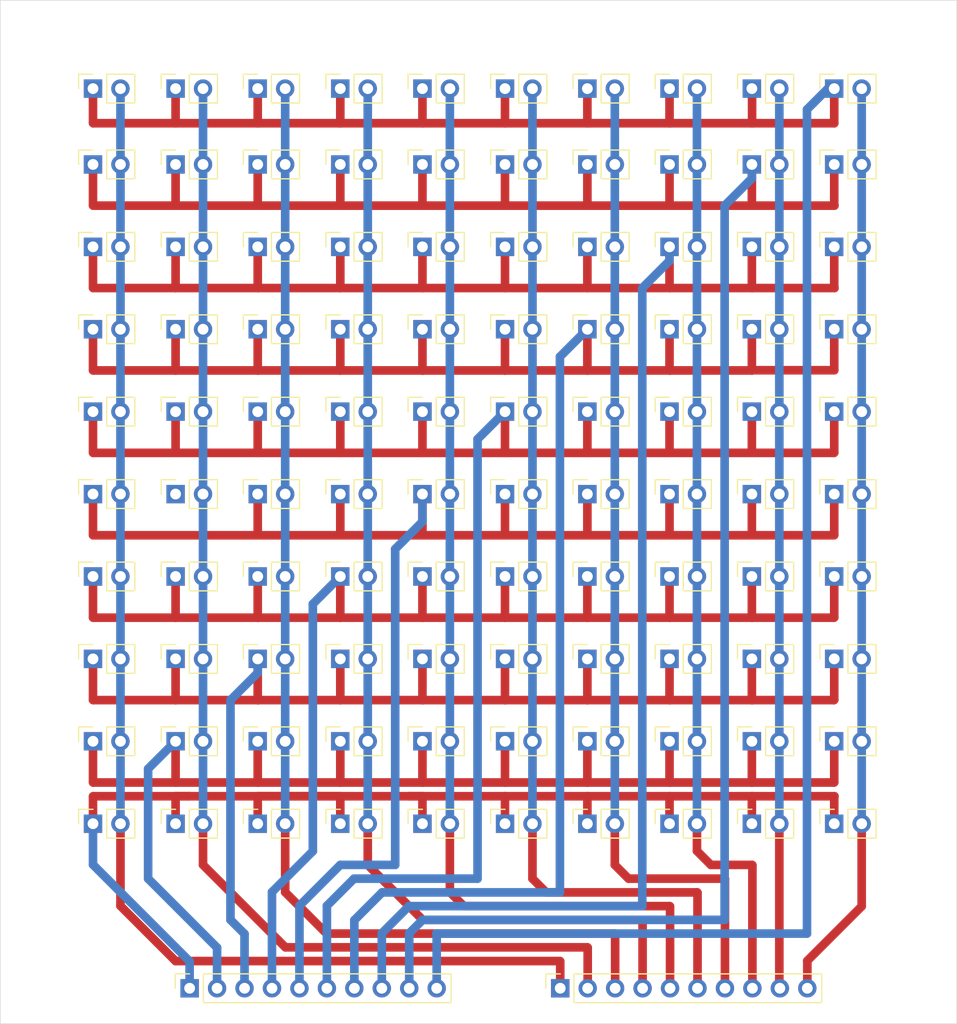
<source format=kicad_pcb>
(kicad_pcb (version 20211014) (generator pcbnew)
  (layers (0 "F.Cu" signal) (31 "B.Cu" signal) (34 "B.Paste" user) (35 "F.Paste" user) (36 "B.SilkS" user "B.Silkscreen") (37 "F.SilkS" user "F.Silkscreen") (38 "B.Mask" user) (39 "F.Mask" user) (44 "Edge.Cuts" user))
  (net 0 "")
  (footprint "Connector_PinSocket_2.54mm:PinSocket_1x02_P2.54mm_Vertical" (layer "F.Cu") (at 139.7 60.96 90)
    (fp_text reference "REF**" hide)
    (fp_text value "PinSocket_1x02_P2.54mm_Vertical" hide)
  )
  (footprint "Connector_PinSocket_2.54mm:PinSocket_1x02_P2.54mm_Vertical" (layer "F.Cu") (at 162.54 53.95 90)
    (fp_text reference "REF**" hide)
    (fp_text value "PinSocket_1x02_P2.54mm_Vertical" hide)
  )
  (footprint "Connector_PinSocket_2.54mm:PinSocket_1x02_P2.54mm_Vertical" (layer "F.Cu") (at 109.22 68.58 90)
    (fp_text reference "REF**" hide)
    (fp_text value "PinSocket_1x02_P2.54mm_Vertical" hide)
  )
  (footprint "Connector_PinSocket_2.54mm:PinSocket_1x02_P2.54mm_Vertical" (layer "F.Cu") (at 147.32 60.96 90)
    (fp_text reference "REF**" hide)
    (fp_text value "PinSocket_1x02_P2.54mm_Vertical" hide)
  )
  (footprint "Connector_PinSocket_2.54mm:PinSocket_1x02_P2.54mm_Vertical" (layer "F.Cu") (at 101.58 99.06 90)
    (fp_text reference "REF**" hide)
    (fp_text value "PinSocket_1x02_P2.54mm_Vertical" hide)
  )
  (footprint "Connector_PinSocket_2.54mm:PinSocket_1x02_P2.54mm_Vertical" (layer "F.Cu") (at 139.7 53.95 90)
    (fp_text reference "REF**" hide)
    (fp_text value "PinSocket_1x02_P2.54mm_Vertical" hide)
  )
  (footprint "Connector_PinSocket_2.54mm:PinSocket_1x02_P2.54mm_Vertical" (layer "F.Cu") (at 170.16 99.06 90)
    (fp_text reference "REF**" hide)
    (fp_text value "PinSocket_1x02_P2.54mm_Vertical" hide)
  )
  (footprint "Connector_PinSocket_2.54mm:PinSocket_1x02_P2.54mm_Vertical" (layer "F.Cu") (at 170.16 60.96 90)
    (fp_text reference "REF**" hide)
    (fp_text value "PinSocket_1x02_P2.54mm_Vertical" hide)
  )
  (footprint "Connector_PinSocket_2.54mm:PinSocket_1x02_P2.54mm_Vertical" (layer "F.Cu") (at 124.46 68.58 90)
    (fp_text reference "REF**" hide)
    (fp_text value "PinSocket_1x02_P2.54mm_Vertical" hide)
  )
  (footprint "Connector_PinSocket_2.54mm:PinSocket_1x02_P2.54mm_Vertical" (layer "F.Cu") (at 139.7 68.58 90)
    (fp_text reference "REF**" hide)
    (fp_text value "PinSocket_1x02_P2.54mm_Vertical" hide)
  )
  (footprint "Connector_PinSocket_2.54mm:PinSocket_1x02_P2.54mm_Vertical" (layer "F.Cu") (at 109.22 83.82 90)
    (fp_text reference "REF**" hide)
    (fp_text value "PinSocket_1x02_P2.54mm_Vertical" hide)
  )
  (footprint "Connector_PinSocket_2.54mm:PinSocket_1x02_P2.54mm_Vertical" (layer "F.Cu") (at 154.92 60.96 90)
    (fp_text reference "REF**" hide)
    (fp_text value "PinSocket_1x02_P2.54mm_Vertical" hide)
  )
  (footprint "Connector_PinSocket_2.54mm:PinSocket_1x02_P2.54mm_Vertical" (layer "F.Cu") (at 109.22 99.06 90)
    (fp_text reference "REF**" hide)
    (fp_text value "PinSocket_1x02_P2.54mm_Vertical" hide)
  )
  (footprint "Connector_PinSocket_2.54mm:PinSocket_1x02_P2.54mm_Vertical" (layer "F.Cu") (at 147.32 76.2 90)
    (fp_text reference "REF**" hide)
    (fp_text value "PinSocket_1x02_P2.54mm_Vertical" hide)
  )
  (footprint "Connector_PinSocket_2.54mm:PinSocket_1x02_P2.54mm_Vertical" (layer "F.Cu") (at 109.22 91.44 90)
    (fp_text reference "REF**" hide)
    (fp_text value "PinSocket_1x02_P2.54mm_Vertical" hide)
  )
  (footprint "Connector_PinSocket_2.54mm:PinSocket_1x02_P2.54mm_Vertical" (layer "F.Cu") (at 139.7 91.44 90)
    (fp_text reference "REF**" hide)
    (fp_text value "PinSocket_1x02_P2.54mm_Vertical" hide)
  )
  (footprint "Connector_PinSocket_2.54mm:PinSocket_1x02_P2.54mm_Vertical" (layer "F.Cu") (at 109.22 114.3 90)
    (fp_text reference "REF**" hide)
    (fp_text value "PinSocket_1x02_P2.54mm_Vertical" hide)
  )
  (footprint "Connector_PinSocket_2.54mm:PinSocket_1x02_P2.54mm_Vertical" (layer "F.Cu") (at 154.92 114.3 90)
    (fp_text reference "REF**" hide)
    (fp_text value "PinSocket_1x02_P2.54mm_Vertical" hide)
  )
  (footprint "Connector_PinSocket_2.54mm:PinSocket_1x02_P2.54mm_Vertical" (layer "F.Cu") (at 101.58 53.95 90)
    (fp_text reference "REF**" hide)
    (fp_text value "PinSocket_1x02_P2.54mm_Vertical" hide)
  )
  (footprint "Connector_PinSocket_2.54mm:PinSocket_1x02_P2.54mm_Vertical" (layer "F.Cu") (at 116.82 68.58 90)
    (fp_text reference "REF**" hide)
    (fp_text value "PinSocket_1x02_P2.54mm_Vertical" hide)
  )
  (footprint "Connector_PinSocket_2.54mm:PinSocket_1x02_P2.54mm_Vertical" (layer "F.Cu") (at 170.16 76.2 90)
    (fp_text reference "REF**" hide)
    (fp_text value "PinSocket_1x02_P2.54mm_Vertical" hide)
  )
  (footprint "Connector_PinSocket_2.54mm:PinSocket_1x02_P2.54mm_Vertical" (layer "F.Cu") (at 116.82 76.2 90)
    (fp_text reference "REF**" hide)
    (fp_text value "PinSocket_1x02_P2.54mm_Vertical" hide)
  )
  (footprint "Connector_PinSocket_2.54mm:PinSocket_1x02_P2.54mm_Vertical" (layer "F.Cu") (at 116.82 121.92 90)
    (fp_text reference "REF**" hide)
    (fp_text value "PinSocket_1x02_P2.54mm_Vertical" hide)
  )
  (footprint "Connector_PinSocket_2.54mm:PinSocket_1x02_P2.54mm_Vertical" (layer "F.Cu") (at 109.22 106.68 90)
    (fp_text reference "REF**" hide)
    (fp_text value "PinSocket_1x02_P2.54mm_Vertical" hide)
  )
  (footprint "Connector_PinSocket_2.54mm:PinSocket_1x02_P2.54mm_Vertical" (layer "F.Cu") (at 132.06 121.92 90)
    (fp_text reference "REF**" hide)
    (fp_text value "PinSocket_1x02_P2.54mm_Vertical" hide)
  )
  (footprint "MountingHole:MountingHole_3.2mm_M3" (layer "F.Cu") (at 96.52 49.53)
    (fp_text reference "REF**" hide)
    (fp_text value "MountingHole_3.2mm_M3" hide)
  )
  (footprint "Connector_PinSocket_2.54mm:PinSocket_1x02_P2.54mm_Vertical" (layer "F.Cu") (at 147.32 114.3 90)
    (fp_text reference "REF**" hide)
    (fp_text value "PinSocket_1x02_P2.54mm_Vertical" hide)
  )
  (footprint "Connector_PinSocket_2.54mm:PinSocket_1x02_P2.54mm_Vertical" (layer "F.Cu") (at 154.92 121.92 90)
    (fp_text reference "REF**" hide)
    (fp_text value "PinSocket_1x02_P2.54mm_Vertical" hide)
  )
  (footprint "Connector_PinSocket_2.54mm:PinSocket_1x02_P2.54mm_Vertical" (layer "F.Cu") (at 139.7 99.06 90)
    (fp_text reference "REF**" hide)
    (fp_text value "PinSocket_1x02_P2.54mm_Vertical" hide)
  )
  (footprint "Connector_PinSocket_2.54mm:PinSocket_1x02_P2.54mm_Vertical" (layer "F.Cu") (at 154.92 53.95 90)
    (fp_text reference "REF**" hide)
    (fp_text value "PinSocket_1x02_P2.54mm_Vertical" hide)
  )
  (footprint "Connector_PinSocket_2.54mm:PinSocket_1x02_P2.54mm_Vertical" (layer "F.Cu") (at 147.32 83.82 90)
    (fp_text reference "REF**" hide)
    (fp_text value "PinSocket_1x02_P2.54mm_Vertical" hide)
  )
  (footprint "Connector_PinSocket_2.54mm:PinSocket_1x02_P2.54mm_Vertical" (layer "F.Cu") (at 170.16 114.3 90)
    (fp_text reference "REF**" hide)
    (fp_text value "PinSocket_1x02_P2.54mm_Vertical" hide)
  )
  (footprint "Connector_PinSocket_2.54mm:PinSocket_1x02_P2.54mm_Vertical" (layer "F.Cu") (at 139.7 83.82 90)
    (fp_text reference "REF**" hide)
    (fp_text value "PinSocket_1x02_P2.54mm_Vertical" hide)
  )
  (footprint "Connector_PinSocket_2.54mm:PinSocket_1x02_P2.54mm_Vertical" (layer "F.Cu") (at 132.06 68.58 90)
    (fp_text reference "REF**" hide)
    (fp_text value "PinSocket_1x02_P2.54mm_Vertical" hide)
  )
  (footprint "Connector_PinSocket_2.54mm:PinSocket_1x02_P2.54mm_Vertical" (layer "F.Cu") (at 147.32 121.92 90)
    (fp_text reference "REF**" hide)
    (fp_text value "PinSocket_1x02_P2.54mm_Vertical" hide)
  )
  (footprint "Connector_PinSocket_2.54mm:PinSocket_1x02_P2.54mm_Vertical" (layer "F.Cu") (at 101.58 83.82 90)
    (fp_text reference "REF**" hide)
    (fp_text value "PinSocket_1x02_P2.54mm_Vertical" hide)
  )
  (footprint "Connector_PinSocket_2.54mm:PinSocket_1x02_P2.54mm_Vertical" (layer "F.Cu") (at 147.32 53.95 90)
    (fp_text reference "REF**" hide)
    (fp_text value "PinSocket_1x02_P2.54mm_Vertical" hide)
  )
  (footprint "MountingHole:MountingHole_3.2mm_M3" (layer "F.Cu") (at 96.52 136.525)
    (fp_text reference "REF**" hide)
    (fp_text value "MountingHole_3.2mm_M3" hide)
  )
  (footprint "Connector_PinSocket_2.54mm:PinSocket_1x02_P2.54mm_Vertical" (layer "F.Cu") (at 170.16 106.68 90)
    (fp_text reference "REF**" hide)
    (fp_text value "PinSocket_1x02_P2.54mm_Vertical" hide)
  )
  (footprint "Connector_PinSocket_2.54mm:PinSocket_1x02_P2.54mm_Vertical" (layer "F.Cu") (at 170.16 68.58 90)
    (fp_text reference "REF**" hide)
    (fp_text value "PinSocket_1x02_P2.54mm_Vertical" hide)
  )
  (footprint "Connector_PinSocket_2.54mm:PinSocket_1x02_P2.54mm_Vertical" (layer "F.Cu") (at 132.06 91.44 90)
    (fp_text reference "REF**" hide)
    (fp_text value "PinSocket_1x02_P2.54mm_Vertical" hide)
  )
  (footprint "Connector_PinSocket_2.54mm:PinSocket_1x02_P2.54mm_Vertical" (layer "F.Cu") (at 139.7 106.68 90)
    (fp_text reference "REF**" hide)
    (fp_text value "PinSocket_1x02_P2.54mm_Vertical" hide)
  )
  (footprint "Connector_PinSocket_2.54mm:PinSocket_1x02_P2.54mm_Vertical" (layer "F.Cu") (at 124.46 121.92 90)
    (fp_text reference "REF**" hide)
    (fp_text value "PinSocket_1x02_P2.54mm_Vertical" hide)
  )
  (footprint "Connector_PinSocket_2.54mm:PinSocket_1x02_P2.54mm_Vertical" (layer "F.Cu") (at 162.54 60.96 90)
    (fp_text reference "REF**" hide)
    (fp_text value "PinSocket_1x02_P2.54mm_Vertical" hide)
  )
  (footprint "Connector_PinSocket_2.54mm:PinSocket_1x02_P2.54mm_Vertical" (layer "F.Cu") (at 162.54 76.2 90)
    (fp_text reference "REF**" hide)
    (fp_text value "PinSocket_1x02_P2.54mm_Vertical" hide)
  )
  (footprint "Connector_PinSocket_2.54mm:PinSocket_1x02_P2.54mm_Vertical" (layer "F.Cu") (at 170.16 91.44 90)
    (fp_text reference "REF**" hide)
    (fp_text value "PinSocket_1x02_P2.54mm_Vertical" hide)
  )
  (footprint "Connector_PinSocket_2.54mm:PinSocket_1x02_P2.54mm_Vertical" (layer "F.Cu") (at 109.22 121.92 90)
    (fp_text reference "REF**" hide)
    (fp_text value "PinSocket_1x02_P2.54mm_Vertical" hide)
  )
  (footprint "Connector_PinSocket_2.54mm:PinSocket_1x02_P2.54mm_Vertical" (layer "F.Cu") (at 154.92 83.82 90)
    (fp_text reference "REF**" hide)
    (fp_text value "PinSocket_1x02_P2.54mm_Vertical" hide)
  )
  (footprint "Connector_PinSocket_2.54mm:PinSocket_1x02_P2.54mm_Vertical" (layer "F.Cu") (at 170.16 83.82 90)
    (fp_text reference "REF**" hide)
    (fp_text value "PinSocket_1x02_P2.54mm_Vertical" hide)
  )
  (footprint "Connector_PinSocket_2.54mm:PinSocket_1x02_P2.54mm_Vertical" (layer "F.Cu") (at 162.54 91.44 90)
    (fp_text reference "REF**" hide)
    (fp_text value "PinSocket_1x02_P2.54mm_Vertical" hide)
  )
  (footprint "Connector_PinSocket_2.54mm:PinSocket_1x02_P2.54mm_Vertical" (layer "F.Cu") (at 132.06 53.95 90)
    (fp_text reference "REF**" hide)
    (fp_text value "PinSocket_1x02_P2.54mm_Vertical" hide)
  )
  (footprint "Connector_PinSocket_2.54mm:PinSocket_1x02_P2.54mm_Vertical" (layer "F.Cu") (at 116.82 91.44 90)
    (fp_text reference "REF**" hide)
    (fp_text value "PinSocket_1x02_P2.54mm_Vertical" hide)
  )
  (footprint "Connector_PinSocket_2.54mm:PinSocket_1x02_P2.54mm_Vertical" (layer "F.Cu") (at 124.46 83.82 90)
    (fp_text reference "REF**" hide)
    (fp_text value "PinSocket_1x02_P2.54mm_Vertical" hide)
  )
  (footprint "Connector_PinSocket_2.54mm:PinSocket_1x02_P2.54mm_Vertical" (layer "F.Cu") (at 101.58 114.3 90)
    (fp_text reference "REF**" hide)
    (fp_text value "PinSocket_1x02_P2.54mm_Vertical" hide)
  )
  (footprint "Connector_PinSocket_2.54mm:PinSocket_1x02_P2.54mm_Vertical" (layer "F.Cu") (at 109.22 60.96 90)
    (fp_text reference "REF**" hide)
    (fp_text value "PinSocket_1x02_P2.54mm_Vertical" hide)
  )
  (footprint "Connector_PinSocket_2.54mm:PinSocket_1x02_P2.54mm_Vertical" (layer "F.Cu") (at 154.92 106.68 90)
    (fp_text reference "REF**" hide)
    (fp_text value "PinSocket_1x02_P2.54mm_Vertical" hide)
  )
  (footprint "Connector_PinSocket_2.54mm:PinSocket_1x02_P2.54mm_Vertical" (layer "F.Cu") (at 147.32 91.44 90)
    (fp_text reference "REF**" hide)
    (fp_text value "PinSocket_1x02_P2.54mm_Vertical" hide)
  )
  (footprint "Connector_PinSocket_2.54mm:PinSocket_1x10_P2.54mm_Vertical" (layer "F.Cu") (at 144.81 137.135 90)
    (fp_text reference "REF**" hide)
    (fp_text value "PinSocket_1x10_P2.54mm_Vertical" hide)
  )
  (footprint "Connector_PinSocket_2.54mm:PinSocket_1x02_P2.54mm_Vertical" (layer "F.Cu") (at 147.32 68.58 90)
    (fp_text reference "REF**" hide)
    (fp_text value "PinSocket_1x02_P2.54mm_Vertical" hide)
  )
  (footprint "Connector_PinSocket_2.54mm:PinSocket_1x02_P2.54mm_Vertical" (layer "F.Cu") (at 101.58 68.58 90)
    (fp_text reference "REF**" hide)
    (fp_text value "PinSocket_1x02_P2.54mm_Vertical" hide)
  )
  (footprint "Connector_PinSocket_2.54mm:PinSocket_1x02_P2.54mm_Vertical" (layer "F.Cu") (at 147.32 99.06 90)
    (fp_text reference "REF**" hide)
    (fp_text value "PinSocket_1x02_P2.54mm_Vertical" hide)
  )
  (footprint "Connector_PinSocket_2.54mm:PinSocket_1x02_P2.54mm_Vertical" (layer "F.Cu") (at 124.46 53.95 90)
    (fp_text reference "REF**" hide)
    (fp_text value "PinSocket_1x02_P2.54mm_Vertical" hide)
  )
  (footprint "Connector_PinSocket_2.54mm:PinSocket_1x02_P2.54mm_Vertical" (layer "F.Cu") (at 154.92 76.2 90)
    (fp_text reference "REF**" hide)
    (fp_text value "PinSocket_1x02_P2.54mm_Vertical" hide)
  )
  (footprint "Connector_PinSocket_2.54mm:PinSocket_1x02_P2.54mm_Vertical" (layer "F.Cu") (at 124.46 106.68 90)
    (fp_text reference "REF**" hide)
    (fp_text value "PinSocket_1x02_P2.54mm_Vertical" hide)
  )
  (footprint "Connector_PinSocket_2.54mm:PinSocket_1x02_P2.54mm_Vertical" (layer "F.Cu") (at 154.92 91.44 90)
    (fp_text reference "REF**" hide)
    (fp_text value "PinSocket_1x02_P2.54mm_Vertical" hide)
  )
  (footprint "Connector_PinSocket_2.54mm:PinSocket_1x02_P2.54mm_Vertical" (layer "F.Cu") (at 162.54 121.92 90)
    (fp_text reference "REF**" hide)
    (fp_text value "PinSocket_1x02_P2.54mm_Vertical" hide)
  )
  (footprint "Connector_PinSocket_2.54mm:PinSocket_1x02_P2.54mm_Vertical" (layer "F.Cu") (at 116.82 60.96 90)
    (fp_text reference "REF**" hide)
    (fp_text value "PinSocket_1x02_P2.54mm_Vertical" hide)
  )
  (footprint "Connector_PinSocket_2.54mm:PinSocket_1x02_P2.54mm_Vertical" (layer "F.Cu") (at 124.46 91.44 90)
    (fp_text reference "REF**" hide)
    (fp_text value "PinSocket_1x02_P2.54mm_Vertical" hide)
  )
  (footprint "Connector_PinSocket_2.54mm:PinSocket_1x02_P2.54mm_Vertical" (layer "F.Cu") (at 162.54 99.06 90)
    (fp_text reference "REF**" hide)
    (fp_text value "PinSocket_1x02_P2.54mm_Vertical" hide)
  )
  (footprint "Connector_PinSocket_2.54mm:PinSocket_1x02_P2.54mm_Vertical" (layer "F.Cu") (at 124.46 60.96 90)
    (fp_text reference "REF**" hide)
    (fp_text value "PinSocket_1x02_P2.54mm_Vertical" hide)
  )
  (footprint "Connector_PinSocket_2.54mm:PinSocket_1x02_P2.54mm_Vertical" (layer "F.Cu") (at 162.54 114.3 90)
    (fp_text reference "REF**" hide)
    (fp_text value "PinSocket_1x02_P2.54mm_Vertical" hide)
  )
  (footprint "Connector_PinSocket_2.54mm:PinSocket_1x02_P2.54mm_Vertical" (layer "F.Cu") (at 132.06 106.68 90)
    (fp_text reference "REF**" hide)
    (fp_text value "PinSocket_1x02_P2.54mm_Vertical" hide)
  )
  (footprint "Connector_PinSocket_2.54mm:PinSocket_1x02_P2.54mm_Vertical" (layer "F.Cu") (at 170.16 53.95 90)
    (fp_text reference "REF**" hide)
    (fp_text value "PinSocket_1x02_P2.54mm_Vertical" hide)
  )
  (footprint "Connector_PinSocket_2.54mm:PinSocket_1x02_P2.54mm_Vertical" (layer "F.Cu") (at 101.58 106.68 90)
    (fp_text reference "REF**" hide)
    (fp_text value "PinSocket_1x02_P2.54mm_Vertical" hide)
  )
  (footprint "Connector_PinSocket_2.54mm:PinSocket_1x02_P2.54mm_Vertical" (layer "F.Cu") (at 132.06 83.82 90)
    (fp_text reference "REF**" hide)
    (fp_text value "PinSocket_1x02_P2.54mm_Vertical" hide)
  )
  (footprint "Connector_PinSocket_2.54mm:PinSocket_1x02_P2.54mm_Vertical" (layer "F.Cu") (at 132.06 60.96 90)
    (fp_text reference "REF**" hide)
    (fp_text value "PinSocket_1x02_P2.54mm_Vertical" hide)
  )
  (footprint "Connector_PinSocket_2.54mm:PinSocket_1x02_P2.54mm_Vertical" (layer "F.Cu") (at 116.82 106.68 90)
    (fp_text reference "REF**" hide)
    (fp_text value "PinSocket_1x02_P2.54mm_Vertical" hide)
  )
  (footprint "Connector_PinSocket_2.54mm:PinSocket_1x02_P2.54mm_Vertical" (layer "F.Cu") (at 170.16 121.92 90)
    (fp_text reference "REF**" hide)
    (fp_text value "PinSocket_1x02_P2.54mm_Vertical" hide)
  )
  (footprint "Connector_PinSocket_2.54mm:PinSocket_1x02_P2.54mm_Vertical" (layer "F.Cu") (at 101.58 91.44 90)
    (fp_text reference "REF**" hide)
    (fp_text value "PinSocket_1x02_P2.54mm_Vertical" hide)
  )
  (footprint "Connector_PinSocket_2.54mm:PinSocket_1x02_P2.54mm_Vertical" (layer "F.Cu") (at 116.82 114.3 90)
    (fp_text reference "REF**" hide)
    (fp_text value "PinSocket_1x02_P2.54mm_Vertical" hide)
  )
  (footprint "Connector_PinSocket_2.54mm:PinSocket_1x02_P2.54mm_Vertical" (layer "F.Cu") (at 139.7 114.3 90)
    (fp_text reference "REF**" hide)
    (fp_text value "PinSocket_1x02_P2.54mm_Vertical" hide)
  )
  (footprint "Connector_PinSocket_2.54mm:PinSocket_1x02_P2.54mm_Vertical" (layer "F.Cu") (at 162.54 106.68 90)
    (fp_text reference "REF**" hide)
    (fp_text value "PinSocket_1x02_P2.54mm_Vertical" hide)
  )
  (footprint "Connector_PinSocket_2.54mm:PinSocket_1x02_P2.54mm_Vertical" (layer "F.Cu") (at 124.46 99.06 90)
    (fp_text reference "REF**" hide)
    (fp_text value "PinSocket_1x02_P2.54mm_Vertical" hide)
  )
  (footprint "Connector_PinSocket_2.54mm:PinSocket_1x02_P2.54mm_Vertical" (layer "F.Cu") (at 101.58 121.92 90)
    (fp_text reference "REF**" hide)
    (fp_text value "PinSocket_1x02_P2.54mm_Vertical" hide)
  )
  (footprint "Connector_PinSocket_2.54mm:PinSocket_1x02_P2.54mm_Vertical" (layer "F.Cu") (at 132.06 99.06 90)
    (fp_text reference "REF**" hide)
    (fp_text value "PinSocket_1x02_P2.54mm_Vertical" hide)
  )
  (footprint "Connector_PinSocket_2.54mm:PinSocket_1x02_P2.54mm_Vertical" (layer "F.Cu") (at 132.06 114.3 90)
    (fp_text reference "REF**" hide)
    (fp_text value "PinSocket_1x02_P2.54mm_Vertical" hide)
  )
  (footprint "Connector_PinSocket_2.54mm:PinSocket_1x02_P2.54mm_Vertical" (layer "F.Cu") (at 109.22 76.2 90)
    (fp_text reference "REF**" hide)
    (fp_text value "PinSocket_1x02_P2.54mm_Vertical" hide)
  )
  (footprint "Connector_PinSocket_2.54mm:PinSocket_1x02_P2.54mm_Vertical" (layer "F.Cu") (at 139.7 121.92 90)
    (fp_text reference "REF**" hide)
    (fp_text value "PinSocket_1x02_P2.54mm_Vertical" hide)
  )
  (footprint "Connector_PinSocket_2.54mm:PinSocket_1x02_P2.54mm_Vertical" (layer "F.Cu") (at 162.54 68.58 90)
    (fp_text reference "REF**" hide)
    (fp_text value "PinSocket_1x02_P2.54mm_Vertical" hide)
  )
  (footprint "Connector_PinSocket_2.54mm:PinSocket_1x02_P2.54mm_Vertical" (layer "F.Cu") (at 101.58 60.96 90)
    (fp_text reference "REF**" hide)
    (fp_text value "PinSocket_1x02_P2.54mm_Vertical" hide)
  )
  (footprint "Connector_PinSocket_2.54mm:PinSocket_1x02_P2.54mm_Vertical" (layer "F.Cu") (at 162.54 83.82 90)
    (fp_text reference "REF**" hide)
    (fp_text value "PinSocket_1x02_P2.54mm_Vertical" hide)
  )
  (footprint "MountingHole:MountingHole_3.2mm_M3" (layer "F.Cu") (at 177.8 49.53)
    (fp_text reference "REF**" hide)
    (fp_text value "MountingHole_3.2mm_M3" hide)
  )
  (footprint "Connector_PinSocket_2.54mm:PinSocket_1x02_P2.54mm_Vertical" (layer "F.Cu") (at 147.32 106.68 90)
    (fp_text reference "REF**" hide)
    (fp_text value "PinSocket_1x02_P2.54mm_Vertical" hide)
  )
  (footprint "Connector_PinSocket_2.54mm:PinSocket_1x10_P2.54mm_Vertical" (layer "F.Cu") (at 110.52 137.135 90)
    (fp_text reference "REF**" hide)
    (fp_text value "PinSocket_1x10_P2.54mm_Vertical" hide)
  )
  (footprint "Connector_PinSocket_2.54mm:PinSocket_1x02_P2.54mm_Vertical" (layer "F.Cu") (at 116.82 99.06 90)
    (fp_text reference "REF**" hide)
    (fp_text value "PinSocket_1x02_P2.54mm_Vertical" hide)
  )
  (footprint "Connector_PinSocket_2.54mm:PinSocket_1x02_P2.54mm_Vertical" (layer "F.Cu") (at 101.58 76.2 90)
    (fp_text reference "REF**" hide)
    (fp_text value "PinSocket_1x02_P2.54mm_Vertical" hide)
  )
  (footprint "Connector_PinSocket_2.54mm:PinSocket_1x02_P2.54mm_Vertical" (layer "F.Cu") (at 109.22 53.95 90)
    (fp_text reference "REF**" hide)
    (fp_text value "PinSocket_1x02_P2.54mm_Vertical" hide)
  )
  (footprint "Connector_PinSocket_2.54mm:PinSocket_1x02_P2.54mm_Vertical" (layer "F.Cu") (at 154.92 68.58 90)
    (fp_text reference "REF**" hide)
    (fp_text value "PinSocket_1x02_P2.54mm_Vertical" hide)
  )
  (footprint "Connector_PinSocket_2.54mm:PinSocket_1x02_P2.54mm_Vertical" (layer "F.Cu") (at 116.82 53.95 90)
    (fp_text reference "REF**" hide)
    (fp_text value "PinSocket_1x02_P2.54mm_Vertical" hide)
  )
  (footprint "Connector_PinSocket_2.54mm:PinSocket_1x02_P2.54mm_Vertical" (layer "F.Cu") (at 139.7 76.2 90)
    (fp_text reference "REF**" hide)
    (fp_text value "PinSocket_1x02_P2.54mm_Vertical" hide)
  )
  (footprint "Connector_PinSocket_2.54mm:PinSocket_1x02_P2.54mm_Vertical" (layer "F.Cu") (at 124.46 76.2 90)
    (fp_text reference "REF**" hide)
    (fp_text value "PinSocket_1x02_P2.54mm_Vertical" hide)
  )
  (footprint "MountingHole:MountingHole_3.2mm_M3" (layer "F.Cu") (at 177.8 136.525)
    (fp_text reference "REF**" hide)
    (fp_text value "MountingHole_3.2mm_M3" hide)
  )
  (footprint "Connector_PinSocket_2.54mm:PinSocket_1x02_P2.54mm_Vertical" (layer "F.Cu") (at 116.82 83.82 90)
    (fp_text reference "REF**" hide)
    (fp_text value "PinSocket_1x02_P2.54mm_Vertical" hide)
  )
  (footprint "Connector_PinSocket_2.54mm:PinSocket_1x02_P2.54mm_Vertical" (layer "F.Cu") (at 124.46 114.3 90)
    (fp_text reference "REF**" hide)
    (fp_text value "PinSocket_1x02_P2.54mm_Vertical" hide)
  )
  (footprint "Connector_PinSocket_2.54mm:PinSocket_1x02_P2.54mm_Vertical" (layer "F.Cu") (at 132.06 76.2 90)
    (fp_text reference "REF**" hide)
    (fp_text value "PinSocket_1x02_P2.54mm_Vertical" hide)
  )
  (footprint "Connector_PinSocket_2.54mm:PinSocket_1x02_P2.54mm_Vertical" (layer "F.Cu") (at 154.92 99.06 90)
    (fp_text reference "REF**" hide)
    (fp_text value "PinSocket_1x02_P2.54mm_Vertical" hide)
  )
  (gr_rect (start 93 45.781) (end 181.5 140.401) (layer "Edge.Cuts") (width 0.05) (fill none))
  (segment (start 162.56 95.25) (end 170.14 95.25) (width 0.8) (layer "F.Cu") (net 0))
  (segment (start 170.16 87.61) (end 170.16 83.82) (width 0.8) (layer "F.Cu") (net 0))
  (segment (start 101.58 102.85) (end 101.6 102.87) (width 0.8) (layer "F.Cu") (net 0))
  (segment (start 147.32 80.01) (end 154.94 80.01) (width 0.8) (layer "F.Cu") (net 0))
  (segment (start 109.22 121.92) (end 109.22 119.38) (width 0.8) (layer "F.Cu") (net 0))
  (segment (start 160.05 127.03) (end 160.05 137.135) (width 0.8) (layer "F.Cu") (net 0))
  (segment (start 132.08 87.63) (end 139.7 87.63) (width 0.8) (layer "F.Cu") (net 0))
  (segment (start 132.06 114.3) (end 132.06 118.09) (width 0.8) (layer "F.Cu") (net 0))
  (segment (start 132.06 106.68) (end 132.06 110.47) (width 0.8) (layer "F.Cu") (net 0))
  (segment (start 152.43 130.84) (end 152.4 130.81) (width 0.8) (layer "F.Cu") (net 0))
  (segment (start 124.46 60.96) (end 124.46 64.77) (width 0.8) (layer "F.Cu") (net 0))
  (segment (start 147.32 57.15) (end 154.94 57.15) (width 0.8) (layer "F.Cu") (net 0))
  (segment (start 124.226 53.95) (end 124.46 54.184) (width 0.8) (layer "F.Cu") (net 0))
  (segment (start 170.16 57.15) (end 170.16 53.95) (width 0.8) (layer "F.Cu") (net 0))
  (segment (start 143.51 128.27) (end 142.24 127) (width 0.8) (layer "F.Cu") (net 0))
  (segment (start 154.94 80.01) (end 162.56 80.01) (width 0.8) (layer "F.Cu") (net 0))
  (segment (start 162.56 87.63) (end 170.14 87.63) (width 0.8) (layer "F.Cu") (net 0))
  (segment (start 154.92 60.96) (end 154.92 64.75) (width 0.8) (layer "F.Cu") (net 0))
  (segment (start 109.22 119.38) (end 110.49 119.38) (width 0.8) (layer "F.Cu") (net 0))
  (segment (start 139.7 83.82) (end 139.7 87.63) (width 0.8) (layer "F.Cu") (net 0))
  (segment (start 157.46 124.44) (end 157.46 121.92) (width 0.8) (layer "F.Cu") (net 0))
  (segment (start 101.6 72.39) (end 109.22 72.39) (width 0.8) (layer "F.Cu") (net 0))
  (segment (start 162.54 114.3) (end 162.54 118.09) (width 0.8) (layer "F.Cu") (net 0))
  (segment (start 101.58 118.09) (end 101.6 118.11) (width 0.8) (layer "F.Cu") (net 0))
  (segment (start 109.22 118.11) (end 116.84 118.11) (width 0.8) (layer "F.Cu") (net 0))
  (segment (start 170.16 119.4) (end 170.18 119.38) (width 0.8) (layer "F.Cu") (net 0))
  (segment (start 162.54 102.85) (end 162.56 102.87) (width 0.8) (layer "F.Cu") (net 0))
  (segment (start 134.6 128.25) (end 135.89 129.54) (width 0.8) (layer "F.Cu") (net 0))
  (segment (start 101.58 79.99) (end 101.6 80.01) (width 0.8) (layer "F.Cu") (net 0))
  (segment (start 162.54 119.4) (end 162.56 119.38) (width 0.8) (layer "F.Cu") (net 0))
  (segment (start 116.84 110.49) (end 124.46 110.49) (width 0.8) (layer "F.Cu") (net 0))
  (segment (start 110.49 119.38) (end 124.46 119.38) (width 0.8) (layer "F.Cu") (net 0))
  (segment (start 101.58 106.68) (end 101.58 110.47) (width 0.8) (layer "F.Cu") (net 0))
  (segment (start 157.48 128.27) (end 143.51 128.27) (width 0.8) (layer "F.Cu") (net 0))
  (segment (start 172.7 129.56) (end 172.7 121.92) (width 0.8) (layer "F.Cu") (net 0))
  (segment (start 109.22 64.77) (end 116.84 64.77) (width 0.8) (layer "F.Cu") (net 0))
  (segment (start 162.54 110.47) (end 162.56 110.49) (width 0.8) (layer "F.Cu") (net 0))
  (segment (start 154.92 64.75) (end 154.94 64.77) (width 0.8) (layer "F.Cu") (net 0))
  (segment (start 116.82 57.13) (end 116.84 57.15) (width 0.8) (layer "F.Cu") (net 0))
  (segment (start 109.22 102.87) (end 116.84 102.87) (width 0.8) (layer "F.Cu") (net 0))
  (segment (start 154.94 72.39) (end 162.56 72.39) (width 0.8) (layer "F.Cu") (net 0))
  (segment (start 101.58 114.3) (end 101.58 118.09) (width 0.8) (layer "F.Cu") (net 0))
  (segment (start 154.92 119.4) (end 154.94 119.38) (width 0.8) (layer "F.Cu") (net 0))
  (segment (start 101.6 80.01) (end 109.22 80.01) (width 0.8) (layer "F.Cu") (net 0))
  (segment (start 167.67 137.135) (end 167.67 134.59) (width 0.8) (layer "F.Cu") (net 0))
  (segment (start 101.58 87.61) (end 101.6 87.63) (width 0.8) (layer "F.Cu") (net 0))
  (segment (start 147.32 60.96) (end 147.32 64.77) (width 0.8) (layer "F.Cu") (net 0))
  (segment (start 116.84 87.63) (end 124.46 87.63) (width 0.8) (layer "F.Cu") (net 0))
  (segment (start 162.56 72.39) (end 170.18 72.39) (width 0.8) (layer "F.Cu") (net 0))
  (segment (start 132.08 64.77) (end 139.7 64.77) (width 0.8) (layer "F.Cu") (net 0))
  (segment (start 147.35 133.38) (end 147.32 133.35) (width 0.8) (layer "F.Cu") (net 0))
  (segment (start 154.94 64.77) (end 170.18 64.77) (width 0.8) (layer "F.Cu") (net 0))
  (segment (start 147.32 53.95) (end 147.32 57.15) (width 0.8) (layer "F.Cu") (net 0))
  (segment (start 139.7 114.3) (end 139.7 118.11) (width 0.8) (layer "F.Cu") (net 0))
  (segment (start 154.92 68.58) (end 154.92 72.37) (width 0.8) (layer "F.Cu") (net 0))
  (segment (start 154.92 106.68) (end 154.92 110.47) (width 0.8) (layer "F.Cu") (net 0))
  (segment (start 109.22 114.3) (end 109.22 118.11) (width 0.8) (layer "F.Cu") (net 0))
  (segment (start 170.16 64.75) (end 170.18 64.77) (width 0.8) (layer "F.Cu") (net 0))
  (segment (start 139.7 80.01) (end 147.32 80.01) (width 0.8) (layer "F.Cu") (net 0))
  (segment (start 151.13 127) (end 160.02 127) (width 0.8) (layer "F.Cu") (net 0))
  (segment (start 124.46 121.92) (end 124.46 119.38) (width 0.8) (layer "F.Cu") (net 0))
  (segment (start 132.08 80.01) (end 139.7 80.01) (width 0.8) (layer "F.Cu") (net 0))
  (segment (start 154.92 76.2) (end 154.92 79.99) (width 0.8) (layer "F.Cu") (net 0))
  (segment (start 109.22 53.95) (end 109.22 57.15) (width 0.8) (layer "F.Cu") (net 0))
  (segment (start 147.32 68.58) (end 147.32 72.39) (width 0.8) (layer "F.Cu") (net 0))
  (segment (start 147.32 110.49) (end 154.94 110.49) (width 0.8) (layer "F.Cu") (net 0))
  (segment (start 162.54 64.75) (end 162.56 64.77) (width 0.8) (layer "F.Cu") (net 0))
  (segment (start 162.54 87.61) (end 162.56 87.63) (width 0.8) (layer "F.Cu") (net 0))
  (segment (start 154.92 72.37) (end 154.94 72.39) (width 0.8) (layer "F.Cu") (net 0))
  (segment (start 111.76 125.73) (end 111.76 121.92) (width 0.8) (layer "F.Cu") (net 0))
  (segment (start 109.22 68.58) (end 109.22 72.39) (width 0.8) (layer "F.Cu") (net 0))
  (segment (start 162.54 72.37) (end 162.56 72.39) (width 0.8) (layer "F.Cu") (net 0))
  (segment (start 170.16 72.37) (end 170.18 72.39) (width 0.8) (layer "F.Cu") (net 0))
  (segment (start 154.92 79.99) (end 154.94 80.01) (width 0.8) (layer "F.Cu") (net 0))
  (segment (start 132.06 110.47) (end 132.08 110.49) (width 0.8) (layer "F.Cu") (net 0))
  (segment (start 144.81 134.65) (end 144.81 137.135) (width 0.8) (layer "F.Cu") (net 0))
  (segment (start 139.7 68.58) (end 139.7 72.39) (width 0.8) (layer "F.Cu") (net 0))
  (segment (start 124.46 106.68) (end 124.46 110.49) (width 0.8) (layer "F.Cu") (net 0))
  (segment (start 101.58 64.75) (end 101.6 64.77) (width 0.8) (layer "F.Cu") (net 0))
  (segment (start 124.46 118.11) (end 132.08 118.11) (width 0.8) (layer "F.Cu") (net 0))
  (segment (start 142.24 127) (end 142.24 121.92) (width 0.8) (layer "F.Cu") (net 0))
  (segment (start 139.7 106.68) (end 139.7 110.49) (width 0.8) (layer "F.Cu") (net 0))
  (segment (start 101.58 76.2) (end 101.58 79.99) (width 0.8) (layer "F.Cu") (net 0))
  (segment (start 116.82 64.75) (end 116.84 64.77) (width 0.8) (layer "F.Cu") (net 0))
  (segment (start 101.58 119.4) (end 101.6 119.38) (width 0.8) (layer "F.Cu") (net 0))
  (segment (start 162.54 79.99) (end 170.16 79.99) (width 0.8) (layer "F.Cu") (net 0))
  (segment (start 124.46 91.44) (end 124.46 95.25) (width 0.8) (layer "F.Cu") (net 0))
  (segment (start 147.32 99.06) (end 147.32 102.87) (width 0.8) (layer "F.Cu") (net 0))
  (segment (start 132.06 83.82) (end 132.06 87.61) (width 0.8) (layer "F.Cu") (net 0))
  (segment (start 170.16 76.2) (end 170.16 79.99) (width 0.8) (layer "F.Cu") (net 0))
  (segment (start 139.7 53.95) (end 139.7 57.15) (width 0.8) (layer "F.Cu") (net 0))
  (segment (start 101.6 110.49) (end 109.22 110.49) (width 0.8) (layer "F.Cu") (net 0))
  (segment (start 132.06 99.06) (end 132.06 102.85) (width 0.8) (layer "F.Cu") (net 0))
  (segment (start 165.08 121.92) (end 165.08 137.085) (width 0.8) (layer "F.Cu") (net 0))
  (segment (start 154.92 57.13) (end 154.94 57.15) (width 0.8) (layer "F.Cu") (net 0))
  (segment (start 132.06 102.85) (end 132.08 102.87) (width 0.8) (layer "F.Cu") (net 0))
  (segment (start 147.32 72.39) (end 154.94 72.39) (width 0.8) (layer "F.Cu") (net 0))
  (segment (start 149.86 121.92) (end 149.86 125.73) (width 0.8) (layer "F.Cu") (net 0))
  (segment (start 101.6 57.15) (end 109.22 57.15) (width 0.8) (layer "F.Cu") (net 0))
  (segment (start 139.7 121.92) (end 139.7 119.38) (width 0.8) (layer "F.Cu") (net 0))
  (segment (start 139.7 57.15) (end 147.32 57.15) (width 0.8) (layer "F.Cu") (net 0))
  (segment (start 147.32 118.11) (end 154.94 118.11) (width 0.8) (layer "F.Cu") (net 0))
  (segment (start 109.22 106.68) (end 109.22 110.49) (width 0.8) (layer "F.Cu") (net 0))
  (segment (start 124.46 87.63) (end 132.08 87.63) (width 0.8) (layer "F.Cu") (net 0))
  (segment (start 139.7 87.63) (end 147.32 87.63) (width 0.8) (layer "F.Cu") (net 0))
  (segment (start 132.08 130.81) (end 127 125.73) (width 0.8) (layer "F.Cu") (net 0))
  (segment (start 101.58 121.92) (end 101.58 119.4) (width 0.8) (layer "F.Cu") (net 0))
  (segment (start 139.7 102.87) (end 147.32 102.87) (width 0.8) (layer "F.Cu") (net 0))
  (segment (start 147.32 76.2) (end 147.32 80.01) (width 0.8) (layer "F.Cu") (net 0))
  (segment (start 132.06 119.4) (end 132.06 121.92) (width 0.8) (layer "F.Cu") (net 0))
  (segment (start 116.84 95.25) (end 124.46 95.25) (width 0.8) (layer "F.Cu") (net 0))
  (segment (start 132.06 53.95) (end 132.06 57.13) (width 0.8) (layer "F.Cu") (net 0))
  (segment (start 147.32 95.25) (end 154.94 95.25) (width 0.8) (layer "F.Cu") (net 0))
  (segment (start 162.54 121.92) (end 162.54 119.4) (width 0.8) (layer "F.Cu") (net 0))
  (segment (start 101.58 54.184) (end 101.58 57.13) (width 0.8) (layer "F.Cu") (net 0))
  (segment (start 101.58 110.47) (end 101.6 110.49) (width 0.8) (layer "F.Cu") (net 0))
  (segment (start 116.82 114.3) (end 116.82 118.09) (width 0.8) (layer "F.Cu") (net 0))
  (segment (start 116.82 110.47) (end 116.84 110.49) (width 0.8) (layer "F.Cu") (net 0))
  (segment (start 139.7 91.44) (end 139.7 95.25) (width 0.8) (layer "F.Cu") (net 0))
  (segment (start 132.06 91.44) (end 132.06 95.23) (width 0.8) (layer "F.Cu") (net 0))
  (segment (start 147.32 102.87) (end 154.94 102.87) (width 0.8) (layer "F.Cu") (net 0))
  (segment (start 149.86 125.73) (end 151.13 127) (width 0.8) (layer "F.Cu") (net 0))
  (segment (start 124.46 54.184) (end 124.46 57.15) (width 0.8) (layer "F.Cu") (net 0))
  (segment (start 162.54 91.44) (end 162.54 95.23) (width 0.8) (layer "F.Cu") (net 0))
  (segment (start 147.32 83.82) (end 147.32 87.63) (width 0.8) (layer "F.Cu") (net 0))
  (segment (start 116.82 95.23) (end 116.84 95.25) (width 0.8) (layer "F.Cu") (net 0))
  (segment (start 162.59 125.76) (end 162.56 125.73) (width 0.8) (layer "F.Cu") (net 0))
  (segment (start 162.56 102.87) (end 170.14 102.87) (width 0.8) (layer "F.Cu") (net 0))
  (segment (start 101.58 83.82) (end 101.58 87.61) (width 0.8) (layer "F.Cu") (net 0))
  (segment (start 170.16 102.85) (end 170.16 99.06) (width 0.8) (layer "F.Cu") (net 0))
  (segment (start 162.56 54.204) (end 162.56 57.15) (width 0.8) (layer "F.Cu") (net 0))
  (segment (start 124.46 76.2) (end 124.46 80.01) (width 0.8) (layer "F.Cu") (net 0))
  (segment (start 162.54 60.96) (end 162.54 64.75) (width 0.8) (layer "F.Cu") (net 0))
  (segment (start 139.7 64.77) (end 147.32 64.77) (width 0.8) (layer "F.Cu") (net 0))
  (segment (start 132.08 119.38) (end 132.06 119.4) (width 0.8) (layer "F.Cu") (net 0))
  (segment (start 116.82 79.99) (end 116.84 80.01) (width 0.8) (layer "F.Cu") (net 0))
  (segment (start 124.46 80.01) (end 132.08 80.01) (width 0.8) (layer "F.Cu") (net 0))
  (segment (start 154.94 110.49) (end 162.56 110.49) (width 0.8) (layer "F.Cu") (net 0))
  (segment (start 139.7 118.11) (end 147.32 118.11) (width 0.8) (layer "F.Cu") (net 0))
  (segment (start 116.82 106.68) (end 116.82 110.47) (width 0.8) (layer "F.Cu") (net 0))
  (segment (start 154.94 129.54) (end 154.97 129.57) (width 0.8) (layer "F.Cu") (net 0))
  (segment (start 147.32 133.35) (end 119.38 133.35) (width 0.8) (layer "F.Cu") (net 0))
  (segment (start 116.82 53.95) (end 116.82 57.13) (width 0.8) (layer "F.Cu") (net 0))
  (segment (start 170.14 118.11) (end 170.16 118.09) (width 0.8) (layer "F.Cu") (net 0))
  (segment (start 124.46 95.25) (end 132.08 95.25) (width 0.8) (layer "F.Cu") (net 0))
  (segment (start 139.7 76.2) (end 139.7 80.01) (width 0.8) (layer "F.Cu") (net 0))
  (segment (start 104.12 129.52) (end 109.22 134.62) (width 0.8) (layer "F.Cu") (net 0))
  (segment (start 109.22 83.82) (end 109.22 87.63) (width 0.8) (layer "F.Cu") (net 0))
  (segment (start 162.54 76.2) (end 162.54 79.99) (width 0.8) (layer "F.Cu") (net 0))
  (segment (start 124.46 99.06) (end 124.46 102.87) (width 0.8) (layer "F.Cu") (net 0))
  (segment (start 132.06 57.13) (end 132.08 57.15) (width 0.8) (layer "F.Cu") (net 0))
  (segment (start 132.06 118.09) (end 132.08 118.11) (width 0.8) (layer "F.Cu") (net 0))
  (segment (start 132.06 95.23) (end 132.08 95.25) (width 0.8) (layer "F.Cu") (net 0))
  (segment (start 158.75 125.73) (end 157.46 124.44) (width 0.8) (layer "F.Cu") (net 0))
  (segment (start 116.84 118.11) (end 124.46 118.11) (width 0.8) (layer "F.Cu") (net 0))
  (segment (start 154.92 83.82) (end 154.92 87.61) (width 0.8) (layer "F.Cu") (net 0))
  (segment (start 109.22 134.62) (end 144.78 134.62) (width 0.8) (layer "F.Cu") (net 0))
  (segment (start 124.46 72.39) (end 132.08 72.39) (width 0.8) (layer "F.Cu") (net 0))
  (segment (start 162.56 125.73) (end 158.75 125.73) (width 0.8) (layer "F.Cu") (net 0))
  (segment (start 109.22 76.2) (end 109.22 80.01) (width 0.8) (layer "F.Cu") (net 0))
  (segment (start 162.54 79.99) (end 162.56 80.01) (width 0.8) (layer "F.Cu") (net 0))
  (segment (start 170.14 110.49) (end 170.16 110.47) (width 0.8) (layer "F.Cu") (net 0))
  (segment (start 101.346 53.95) (end 101.58 54.184) (width 0.8) (layer "F.Cu") (net 0))
  (segment (start 109.22 60.96) (end 109.22 64.77) (width 0.8) (layer "F.Cu") (net 0))
  (segment (start 101.6 119.38) (end 110.49 119.38) (width 0.8) (layer "F.Cu") (net 0))
  (segment (start 162.54 68.58) (end 162.54 72.37) (width 0.8) (layer "F.Cu") (net 0))
  (segment (start 162.54 83.82) (end 162.54 87.61) (width 0.8) (layer "F.Cu") (net 0))
  (segment (start 147.32 119.38) (end 139.7 119.38) (width 0.8) (layer "F.Cu") (net 0))
  (segment (start 162.54 106.68) (end 162.54 110.47) (width 0.8) (layer "F.Cu") (net 0))
  (segment (start 154.94 119.38) (end 147.32 119.38) (width 0.8) (layer "F.Cu") (net 0))
  (segment (start 132.06 72.37) (end 132.08 72.39) (width 0.8) (layer "F.Cu") (net 0))
  (segment (start 152.43 137.135) (end 152.43 130.84) (width 0.8) (layer "F.Cu") (net 0))
  (segment (start 147.32 64.77) (end 154.94 64.77) (width 0.8) (layer "F.Cu") (net 0))
  (segment (start 160.02 127) (end 160.05 127.03) (width 0.8) (layer "F.Cu") (net 0))
  (segment (start 132.08 110.49) (end 139.7 110.49) (width 0.8) (layer "F.Cu") (net 0))
  (segment (start 116.82 91.44) (end 116.82 95.23) (width 0.8) (layer "F.Cu") (net 0))
  (segment (start 132.08 57.15) (end 139.7 57.15) (width 0.8) (layer "F.Cu") (net 0))
  (segment (start 154.92 53.95) (end 154.92 57.13) (width 0.8) (layer "F.Cu") (net 0))
  (segment (start 119.36 128.25) (end 123.19 132.08) (width 0.8) (layer "F.Cu") (net 0))
  (segment (start 154.92 87.61) (end 154.94 87.63) (width 0.8) (layer "F.Cu") (net 0))
  (segment (start 132.06 60.96) (end 132.06 64.75) (width 0.8) (layer "F.Cu") (net 0))
  (segment (start 116.84 64.77) (end 124.46 64.77) (width 0.8) (layer "F.Cu") (net 0))
  (segment (start 116.82 99.06) (end 116.82 102.85) (width 0.8) (layer "F.Cu") (net 0))
  (segment (start 132.08 72.39) (end 139.7 72.39) (width 0.8) (layer "F.Cu") (net 0))
  (segment (start 139.7 60.96) (end 139.7 64.77) (width 0.8) (layer "F.Cu") (net 0))
  (segment (start 124.46 102.87) (end 132.08 102.87) (width 0.8) (layer "F.Cu") (net 0))
  (segment (start 162.56 118.11) (end 170.14 118.11) (width 0.8) (layer "F.Cu") (net 0))
  (segment (start 154.94 57.15) (end 162.56 57.15) (width 0.8) (layer "F.Cu") (net 0))
  (segment (start 144.78 134.62) (end 144.81 134.65) (width 0.8) (layer "F.Cu") (net 0))
  (segment (start 101.58 68.58) (end 101.58 72.37) (width 0.8) (layer "F.Cu") (net 0))
  (segment (start 154.92 99.06) (end 154.92 102.85) (width 0.8) (layer "F.Cu") (net 0))
  (segment (start 101.58 72.37) (end 101.6 72.39) (width 0.8) (layer "F.Cu") (net 0))
  (segment (start 101.58 91.44) (end 101.58 95.23) (width 0.8) (layer "F.Cu") (net 0))
  (segment (start 147.32 121.92) (end 147.32 119.38) (width 0.8) (layer "F.Cu") (net 0))
  (segment (start 162.59 137.135) (end 162.59 125.76) (width 0.8) (layer "F.Cu") (net 0))
  (segment (start 167.67 134.59) (end 172.7 129.56) (width 0.8) (layer "F.Cu") (net 0))
  (segment (start 116.82 121.92) (end 116.82 119.4) (width 0.8) (layer "F.Cu") (net 0))
  (segment (start 124.46 64.77) (end 132.08 64.77) (width 0.8) (layer "F.Cu") (net 0))
  (segment (start 154.94 87.63) (end 162.56 87.63) (width 0.8) (layer "F.Cu") (net 0))
  (segment (start 101.58 57.13) (end 101.6 57.15) (width 0.8) (layer "F.Cu") (net 0))
  (segment (start 162.54 95.23) (end 162.56 95.25) (width 0.8) (layer "F.Cu") (net 0))
  (segment (start 139.7 110.49) (end 147.32 110.49) (width 0.8) (layer "F.Cu") (net 0))
  (segment (start 101.6 102.87) (end 109.22 102.87) (width 0.8) (layer "F.Cu") (net 0))
  (segment (start 116.82 87.61) (end 116.84 87.63) (width 0.8) (layer "F.Cu") (net 0))
  (segment (start 109.22 87.63) (end 116.84 87.63) (width 0.8) (layer "F.Cu") (net 0))
  (segment (start 109.22 110.49) (end 116.84 110.49) (width 0.8) (layer "F.Cu") (net 0))
  (segment (start 147.32 87.63) (end 154.94 87.63) (width 0.8) (layer "F.Cu") (net 0))
  (segment (start 154.92 91.44) (end 154.92 95.23) (width 0.8) (layer "F.Cu") (net 0))
  (segment (start 170.14 95.25) (end 170.16 95.23) (width 0.8) (layer "F.Cu") (net 0))
  (segment (start 101.58 95.23) (end 101.6 95.25) (width 0.8) (layer "F.Cu") (net 0))
  (segment (start 162.54 99.06) (end 162.54 102.85) (width 0.8) (layer "F.Cu") (net 0))
  (segment (start 147.35 137.135) (end 147.35 133.38) (width 0.8) (layer "F.Cu") (net 0))
  (segment (start 170.14 87.63) (end 170.16 87.61) (width 0.8) (layer "F.Cu") (net 0))
  (segment (start 101.58 60.96) (end 101.58 64.75) (width 0.8) (layer "F.Cu") (net 0))
  (segment (start 116.82 68.58) (end 116.82 72.37) (width 0.8) (layer "F.Cu") (net 0))
  (segment (start 132.08 102.87) (end 139.7 102.87) (width 0.8) (layer "F.Cu") (net 0))
  (segment (start 154.94 95.25) (end 162.56 95.25) (width 0.8) (layer "F.Cu") (net 0))
  (segment (start 147.32 114.3) (end 147.32 118.11) (width 0.8) (layer "F.Cu") (net 0))
  (segment (start 132.06 68.58) (end 132.06 72.37) (width 0.8) (layer "F.Cu") (net 0))
  (segment (start 170.16 53.95) (end 169.926 53.95) (width 0.8) (layer "F.Cu") (net 0))
  (segment (start 109.22 72.39) (end 116.84 72.39) (width 0.8) (layer "F.Cu") (net 0))
  (segment (start 152.4 130.81) (end 132.08 130.81) (width 0.8) (layer "F.Cu") (net 0))
  (segment (start 116.82 76.2) (end 116.82 79.99) (width 0.8) (layer "F.Cu") (net 0))
  (segment (start 162.56 57.15) (end 170.16 57.15) (width 0.8) (layer "F.Cu") (net 0))
  (segment (start 124.46 110.49) (end 132.08 110.49) (width 0.8) (layer "F.Cu") (net 0))
  (segment (start 101.6 87.63) (end 109.22 87.63) (width 0.8) (layer "F.Cu") (net 0))
  (segment (start 154.92 110.47) (end 154.94 110.49) (width 0.8) (layer "F.Cu") (net 0))
  (segment (start 101.6 118.11) (end 109.22 118.11) (width 0.8) (layer "F.Cu") (net 0))
  (segment (start 154.97 129.57) (end 154.97 137.135) (width 0.8) (layer "F.Cu") (net 0))
  (segment (start 157.51 128.3) (end 157.48 128.27) (width 0.8) (layer "F.Cu") (net 0))
  (segment (start 162.306 53.95) (end 162.56 54.204) (width 0.8) (layer "F.Cu") (net 0))
  (segment (start 154.92 114.3) (end 154.92 118.09) (width 0.8) (layer "F.Cu") (net 0))
  (segment (start 170.18 119.38) (end 162.56 119.38) (width 0.8) (layer "F.Cu") (net 0))
  (segment (start 170.16 60.96) (end 170.16 64.75) (width 0.8) (layer "F.Cu") (net 0))
  (segment (start 119.36 121.92) (end 119.36 128.25) (width 0.8) (layer "F.Cu") (net 0))
  (segment (start 154.92 121.92) (end 154.92 119.4) (width 0.8) (layer "F.Cu") (net 0))
  (segment (start 127 125.73) (end 127 121.92) (width 0.8) (layer "F.Cu") (net 0))
  (segment (start 139.7 72.39) (end 147.32 72.39) (width 0.8) (layer "F.Cu") (net 0))
  (segment (start 139.7 99.06) (end 139.7 102.87) (width 0.8) (layer "F.Cu") (net 0))
  (segment (start 124.46 57.15) (end 132.08 57.15) (width 0.8) (layer "F.Cu") (net 0))
  (segment (start 101.6 64.77) (end 109.22 64.77) (width 0.8) (layer "F.Cu") (net 0))
  (segment (start 154.92 118.09) (end 154.94 118.11) (width 0.8) (layer "F.Cu") (net 0))
  (segment (start 154.94 118.11) (end 162.56 118.11) (width 0.8) (layer "F.Cu") (net 0))
  (segment (start 157.51 137.135) (end 157.51 128.3) (width 0.8) (layer "F.Cu") (net 0))
  (segment (start 116.84 119.38) (end 130.81 119.38) (width 0.8) (layer "F.Cu") (net 0))
  (segment (start 116.82 60.96) (end 116.82 64.75) (width 0.8) (layer "F.Cu") (net 0))
  (segment (start 123.19 132.08) (end 149.86 132.08) (width 0.8) (layer "F.Cu") (net 0))
  (segment (start 119.38 133.35) (end 111.76 125.73) (width 0.8) (layer "F.Cu") (net 0))
  (segment (start 170.16 68.58) (end 170.16 72.37) (width 0.8) (layer "F.Cu") (net 0))
  (segment (start 109.22 80.01) (end 116.84 80.01) (width 0.8) (layer "F.Cu") (net 0))
  (segment (start 149.86 132.08) (end 149.89 132.11) (width 0.8) (layer "F.Cu") (net 0))
  (segment (start 116.82 83.82) (end 116.82 87.61) (width 0.8) (layer "F.Cu") (net 0))
  (segment (start 170.16 118.09) (end 170.16 114.3) (width 0.8) (layer "F.Cu") (net 0))
  (segment (start 154.94 102.87) (end 162.56 102.87) (width 0.8) (layer "F.Cu") (net 0))
  (segment (start 101.58 99.06) (end 101.58 102.85) (width 0.8) (layer "F.Cu") (net 0))
  (segment (start 132.06 87.61) (end 132.08 87.63) (width 0.8) (layer "F.Cu") (net 0))
  (segment (start 132.08 118.11) (end 139.7 118.11) (width 0.8) (layer "F.Cu") (net 0))
  (segment (start 149.89 132.11) (end 149.89 137.135) (width 0.8) (layer "F.Cu") (net 0))
  (segment (start 116.84 72.39) (end 124.46 72.39) (width 0.8) (layer "F.Cu") (net 0))
  (segment (start 109.22 57.15) (end 116.84 57.15) (width 0.8) (layer "F.Cu") (net 0))
  (segment (start 135.89 129.54) (end 154.94 129.54) (width 0.8) (layer "F.Cu") (net 0))
  (segment (start 147.32 106.68) (end 147.32 110.49) (width 0.8) (layer "F.Cu") (net 0))
  (segment (start 162.56 119.38) (end 154.94 119.38) (width 0.8) (layer "F.Cu") (net 0))
  (segment (start 139.7 119.38) (end 130.81 119.38) (width 0.8) (layer "F.Cu") (net 0))
  (segment (start 109.22 99.06) (end 109.22 102.87) (width 0.8) (layer "F.Cu") (net 0))
  (segment (start 116.82 119.4) (end 116.84 119.38) (width 0.8) (layer "F.Cu") (net 0))
  (segment (start 170.16 121.92) (end 170.16 119.4) (width 0.8) (layer "F.Cu") (net 0))
  (segment (start 116.84 102.87) (end 124.46 102.87) (width 0.8) (layer "F.Cu") (net 0))
  (segment (start 116.82 102.85) (end 116.84 102.87) (width 0.8) (layer "F.Cu") (net 0))
  (segment (start 124.46 114.3) (end 124.46 118.11) (width 0.8) (layer "F.Cu") (net 0))
  (segment (start 124.46 83.82) (end 124.46 87.63) (width 0.8) (layer "F.Cu") (net 0))
  (segment (start 130.81 119.38) (end 132.08 119.38) (width 0.8) (layer "F.Cu") (net 0))
  (segment (start 170.14 102.87) (end 170.16 102.85) (width 0.8) (layer "F.Cu") (net 0))
  (segment (start 124.46 68.58) (end 124.46 72.39) (width 0.8) (layer "F.Cu") (net 0))
  (segment (start 139.7 95.25) (end 147.32 95.25) (width 0.8) (layer "F.Cu") (net 0))
  (segment (start 132.06 64.75) (end 132.08 64.77) (width 0.8) (layer "F.Cu") (net 0))
  (segment (start 154.92 95.23) (end 154.94 95.25) (width 0.8) (layer "F.Cu") (net 0))
  (segment (start 165.08 137.085) (end 165.13 137.135) (width 0.8) (layer "F.Cu") (net 0))
  (segment (start 154.92 102.85) (end 154.94 102.87) (width 0.8) (layer "F.Cu") (net 0))
  (segment (start 116.82 72.37) (end 116.84 72.39) (width 0.8) (layer "F.Cu") (net 0))
  (segment (start 132.08 95.25) (end 139.7 95.25) (width 0.8) (layer "F.Cu") (net 0))
  (segment (start 162.54 118.09) (end 162.56 118.11) (width 0.8) (layer "F.Cu") (net 0))
  (segment (start 132.06 76.2) (end 132.06 79.99) (width 0.8) (layer "F.Cu") (net 0))
  (segment (start 147.32 91.44) (end 147.32 95.25) (width 0.8) (layer "F.Cu") (net 0))
  (segment (start 170.16 110.47) (end 170.16 106.68) (width 0.8) (layer "F.Cu") (net 0))
  (segment (start 104.12 121.92) (end 104.12 129.52) (width 0.8) (layer "F.Cu") (net 0))
  (segment (start 170.16 95.23) (end 170.16 91.44) (width 0.8) (layer "F.Cu") (net 0))
  (segment (start 116.84 57.15) (end 124.46 57.15) (width 0.8) (layer "F.Cu") (net 0))
  (segment (start 134.6 121.92) (end 134.6 128.25) (width 0.8) (layer "F.Cu") (net 0))
  (segment (start 162.56 110.49) (end 170.14 110.49) (width 0.8) (layer "F.Cu") (net 0))
  (segment (start 101.6 95.25) (end 116.84 95.25) (width 0.8) (layer "F.Cu") (net 0))
  (segment (start 116.82 118.09) (end 116.84 118.11) (width 0.8) (layer "F.Cu") (net 0))
  (segment (start 132.06 79.99) (end 132.08 80.01) (width 0.8) (layer "F.Cu") (net 0))
  (segment (start 116.84 80.01) (end 124.46 80.01) (width 0.8) (layer "F.Cu") (net 0))
  (segment (start 132.08 130.81) (end 130.84 132.05) (width 0.8) (layer "B.Cu") (net 0))
  (segment (start 104.12 83.82) (end 104.12 76.2) (width 0.8) (layer "B.Cu") (net 0))
  (segment (start 118.14 128.24) (end 118.14 137.135) (width 0.8) (layer "B.Cu") (net 0))
  (segment (start 109.22 114.3) (end 106.68 116.84) (width 0.8) (layer "B.Cu") (net 0))
  (segment (start 125.73 127) (end 123.22 129.51) (width 0.8) (layer "B.Cu") (net 0))
  (segment (start 149.86 83.82) (end 149.86 68.58) (width 0.8) (layer "B.Cu") (net 0))
  (segment (start 169.57 53.95) (end 167.64 55.88) (width 0.8) (layer "B.Cu") (net 0))
  (segment (start 123.22 129.51) (end 123.22 137.135) (width 0.8) (layer "B.Cu") (net 0))
  (segment (start 119.36 83.82) (end 119.36 68.58) (width 0.8) (layer "B.Cu") (net 0))
  (segment (start 121.92 101.6) (end 121.92 124.46) (width 0.8) (layer "B.Cu") (net 0))
  (segment (start 127 60.96) (end 127 68.58) (width 0.8) (layer "B.Cu") (net 0))
  (segment (start 160.02 130.81) (end 132.08 130.81) (width 0.8) (layer "B.Cu") (net 0))
  (segment (start 172.7 54.184) (end 172.466 53.95) (width 0.8) (layer "B.Cu") (net 0))
  (segment (start 101.58 125.71) (end 110.52 134.65) (width 0.8) (layer "B.Cu") (net 0))
  (segment (start 142.24 83.82) (end 142.24 68.58) (width 0.8) (layer "B.Cu") (net 0))
  (segment (start 111.76 106.68) (end 111.76 83.82) (width 0.8) (layer "B.Cu") (net 0))
  (segment (start 149.86 68.58) (end 149.86 60.96) (width 0.8) (layer "B.Cu") (net 0))
  (segment (start 142.24 68.58) (end 142.24 60.96) (width 0.8) (layer "B.Cu") (net 0))
  (segment (start 165.08 54.184) (end 164.846 53.95) (width 0.8) (layer "B.Cu") (net 0))
  (segment (start 104.12 121.92) (end 104.12 114.3) (width 0.8) (layer "B.Cu") (net 0))
  (segment (start 133.35 132.08) (end 133.38 132.11) (width 0.8) (layer "B.Cu") (net 0))
  (segment (start 160.02 64.77) (end 160.02 130.81) (width 0.8) (layer "B.Cu") (net 0))
  (segment (start 134.6 68.58) (end 134.6 60.96) (width 0.8) (layer "B.Cu") (net 0))
  (segment (start 157.46 68.58) (end 157.46 60.96) (width 0.8) (layer "B.Cu") (net 0))
  (segment (start 111.76 121.92) (end 111.76 106.68) (width 0.8) (layer "B.Cu") (net 0))
  (segment (start 113.06 133.38) (end 113.06 137.135) (width 0.8) (layer "B.Cu") (net 0))
  (segment (start 172.7 121.92) (end 172.7 106.68) (width 0.8) (layer "B.Cu") (net 0))
  (segment (start 104.12 68.58) (end 104.12 60.96) (width 0.8) (layer "B.Cu") (net 0))
  (segment (start 111.76 76.2) (end 111.76 68.58) (width 0.8) (layer "B.Cu") (net 0))
  (segment (start 116.82 107.97) (end 114.3 110.49) (width 0.8) (layer "B.Cu") (net 0))
  (segment (start 152.4 72.39) (end 152.4 129.54) (width 0.8) (layer "B.Cu") (net 0))
  (segment (start 111.76 83.82) (end 111.76 76.2) (width 0.8) (layer "B.Cu") (net 0))
  (segment (start 129.54 96.52) (end 129.54 125.73) (width 0.8) (layer "B.Cu") (net 0))
  (segment (start 142.24 60.96) (end 142.24 53.95) (width 0.8) (layer "B.Cu") (net 0))
  (segment (start 139.7 83.82) (end 137.16 86.36) (width 0.8) (layer "B.Cu") (net 0))
  (segment (start 120.68 129.51) (end 120.68 137.135) (width 0.8) (layer "B.Cu") (net 0))
  (segment (start 144.78 78.74) (end 144.78 128.27) (width 0.8) (layer "B.Cu") (net 0))
  (segment (start 142.24 121.92) (end 142.24 106.68) (width 0.8) (layer "B.Cu") (net 0))
  (segment (start 134.6 60.96) (end 134.6 53.95) (width 0.8) (layer "B.Cu") (net 0))
  (segment (start 125.76 130.84) (end 125.76 137.135) (width 0.8) (layer "B.Cu") (net 0))
  (segment (start 127 121.92) (end 127 106.68) (width 0.8) (layer "B.Cu") (net 0))
  (segment (start 132.06 91.44) (end 132.06 94) (width 0.8) (layer "B.Cu") (net 0))
  (segment (start 144.78 128.27) (end 128.33 128.27) (width 0.8) (layer "B.Cu") (net 0))
  (segment (start 134.6 83.82) (end 134.6 68.58) (width 0.8) (layer "B.Cu") (net 0))
  (segment (start 157.46 60.96) (end 157.46 53.95) (width 0.8) (layer "B.Cu") (net 0))
  (segment (start 106.68 127) (end 113.06 133.38) (width 0.8) (layer "B.Cu") (net 0))
  (segment (start 127 83.82) (end 127 68.58) (width 0.8) (layer "B.Cu") (net 0))
  (segment (start 165.08 68.58) (end 165.08 60.96) (width 0.8) (layer "B.Cu") (net 0))
  (segment (start 172.7 68.58) (end 172.7 60.96) (width 0.8) (layer "B.Cu") (net 0))
  (segment (start 172.7 106.68) (end 172.7 68.58) (width 0.8) (layer "B.Cu") (net 0))
  (segment (start 167.64 132.08) (end 133.35 132.08) (width 0.8) (layer "B.Cu") (net 0))
  (segment (start 119.36 121.92) (end 119.36 106.68) (width 0.8) (layer "B.Cu") (net 0))
  (segment (start 149.86 60.96) (end 149.86 53.95) (width 0.8) (layer "B.Cu") (net 0))
  (segment (start 134.6 106.68) (end 134.6 83.82) (width 0.8) (layer "B.Cu") (net 0))
  (segment (start 165.08 106.68) (end 165.08 68.58) (width 0.8) (layer "B.Cu") (net 0))
  (segment (start 104.12 54.184) (end 103.886 53.95) (width 0.8) (layer "B.Cu") (net 0))
  (segment (start 104.12 99.06) (end 104.12 91.44) (width 0.8) (layer "B.Cu") (net 0))
  (segment (start 162.54 60.96) (end 162.54 62.25) (width 0.8) (layer "B.Cu") (net 0))
  (segment (start 165.08 60.96) (end 165.08 54.184) (width 0.8) (layer "B.Cu") (net 0))
  (segment (start 127 60.96) (end 127 53.95) (width 0.8) (layer "B.Cu") (net 0))
  (segment (start 128.3 132.05) (end 128.3 137.135) (width 0.8) (layer "B.Cu") (net 0))
  (segment (start 142.24 106.68) (end 142.24 83.82) (width 0.8) (layer "B.Cu") (net 0))
  (segment (start 124.46 99.06) (end 121.92 101.6) (width 0.8) (layer "B.Cu") (net 0))
  (segment (start 149.86 106.68) (end 149.86 83.82) (width 0.8) (layer "B.Cu") (net 0))
  (segment (start 167.64 55.88) (end 167.64 132.08) (width 0.8) (layer "B.Cu") (net 0))
  (segment (start 165.08 121.92) (end 165.08 106.68) (width 0.8) (layer "B.Cu") (net 0))
  (segment (start 157.46 121.92) (end 157.46 106.68) (width 0.8) (layer "B.Cu") (net 0))
  (segment (start 119.36 60.96) (end 119.36 53.95) (width 0.8) (layer "B.Cu") (net 0))
  (segment (start 170.16 53.95) (end 169.57 53.95) (width 0.8) (layer "B.Cu") (net 0))
  (segment (start 154.92 69.87) (end 152.4 72.39) (width 0.8) (layer "B.Cu") (net 0))
  (segment (start 130.81 129.54) (end 128.3 132.05) (width 0.8) (layer "B.Cu") (net 0))
  (segment (start 106.68 116.84) (end 106.68 127) (width 0.8) (layer "B.Cu") (net 0))
  (segment (start 114.3 130.81) (end 115.6 132.11) (width 0.8) (layer "B.Cu") (net 0))
  (segment (start 104.12 60.96) (end 104.12 54.184) (width 0.8) (layer "B.Cu") (net 0))
  (segment (start 111.76 60.96) (end 111.76 53.95) (width 0.8) (layer "B.Cu") (net 0))
  (segment (start 130.84 132.05) (end 130.84 137.135) (width 0.8) (layer "B.Cu") (net 0))
  (segment (start 121.92 124.46) (end 118.14 128.24) (width 0.8) (layer "B.Cu") (net 0))
  (segment (start 154.92 68.58) (end 154.92 69.87) (width 0.8) (layer "B.Cu") (net 0))
  (segment (start 104.12 91.44) (end 104.12 83.82) (width 0.8) (layer "B.Cu") (net 0))
  (segment (start 124.46 125.73) (end 120.68 129.51) (width 0.8) (layer "B.Cu") (net 0))
  (segment (start 137.16 127) (end 125.73 127) (width 0.8) (layer "B.Cu") (net 0))
  (segment (start 104.12 106.68) (end 104.12 99.06) (width 0.8) (layer "B.Cu") (net 0))
  (segment (start 119.36 106.68) (end 119.36 83.82) (width 0.8) (layer "B.Cu") (net 0))
  (segment (start 134.6 121.92) (end 134.6 106.68) (width 0.8) (layer "B.Cu") (net 0))
  (segment (start 133.38 132.11) (end 133.38 137.135) (width 0.8) (layer "B.Cu") (net 0))
  (segment (start 129.54 125.73) (end 124.46 125.73) (width 0.8) (layer "B.Cu") (net 0))
  (segment (start 111.76 60.96) (end 111.76 68.58) (width 0.8) (layer "B.Cu") (net 0))
  (segment (start 101.58 121.92) (end 101.58 125.71) (width 0.8) (layer "B.Cu") (net 0))
  (segment (start 137.16 86.36) (end 137.16 127) (width 0.8) (layer "B.Cu") (net 0))
  (segment (start 162.54 62.25) (end 160.02 64.77) (width 0.8) (layer "B.Cu") (net 0))
  (segment (start 172.7 60.96) (end 172.7 54.184) (width 0.8) (layer "B.Cu") (net 0))
  (segment (start 149.86 121.92) (end 149.86 106.68) (width 0.8) (layer "B.Cu") (net 0))
  (segment (start 110.52 134.65) (end 110.52 137.135) (width 0.8) (layer "B.Cu") (net 0))
  (segment (start 152.4 129.54) (end 130.81 129.54) (width 0.8) (layer "B.Cu") (net 0))
  (segment (start 114.3 110.49) (end 114.3 130.81) (width 0.8) (layer "B.Cu") (net 0))
  (segment (start 104.12 114.3) (end 104.12 106.68) (width 0.8) (layer "B.Cu") (net 0))
  (segment (start 132.06 94) (end 129.54 96.52) (width 0.8) (layer "B.Cu") (net 0))
  (segment (start 119.36 60.96) (end 119.36 68.58) (width 0.8) (layer "B.Cu") (net 0))
  (segment (start 127 106.68) (end 127 83.82) (width 0.8) (layer "B.Cu") (net 0))
  (segment (start 157.46 106.68) (end 157.46 68.58) (width 0.8) (layer "B.Cu") (net 0))
  (segment (start 147.32 76.2) (end 144.78 78.74) (width 0.8) (layer "B.Cu") (net 0))
  (segment (start 115.6 132.11) (end 115.6 137.135) (width 0.8) (layer "B.Cu") (net 0))
  (segment (start 128.33 128.27) (end 125.76 130.84) (width 0.8) (layer "B.Cu") (net 0))
  (segment (start 116.82 106.68) (end 116.82 107.97) (width 0.8) (layer "B.Cu") (net 0))
  (segment (start 104.12 76.2) (end 104.12 68.58) (width 0.8) (layer "B.Cu") (net 0))
)
</source>
